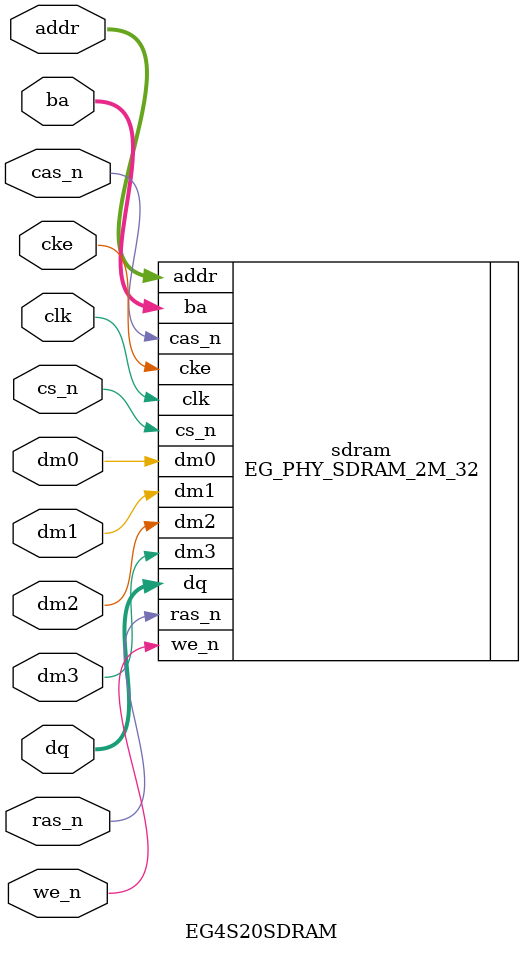
<source format=v>

`timescale 1ns / 1ps
module EG4S20SDRAM  // EG4S20SDRAM.v(14)
  (
  addr,
  ba,
  cas_n,
  cke,
  clk,
  cs_n,
  dm0,
  dm1,
  dm2,
  dm3,
  ras_n,
  we_n,
  dq
  );

  input [10:0] addr;  // EG4S20SDRAM.v(19)
  input [1:0] ba;  // EG4S20SDRAM.v(20)
  input cas_n;  // EG4S20SDRAM.v(17)
  input cke;  // EG4S20SDRAM.v(27)
  input clk;  // EG4S20SDRAM.v(15)
  input cs_n;  // EG4S20SDRAM.v(22)
  input dm0;  // EG4S20SDRAM.v(23)
  input dm1;  // EG4S20SDRAM.v(24)
  input dm2;  // EG4S20SDRAM.v(25)
  input dm3;  // EG4S20SDRAM.v(26)
  input ras_n;  // EG4S20SDRAM.v(16)
  input we_n;  // EG4S20SDRAM.v(18)
  inout [31:0] dq;  // EG4S20SDRAM.v(21)


  EG_PHY_CONFIG #(
    .DONE_PERSISTN("ENABLE"),
    .INIT_PERSISTN("ENABLE"),
    .JTAG_PERSISTN("DISABLE"),
    .PROGRAMN_PERSISTN("DISABLE"))
    config_inst ();
  EG_PHY_SDRAM_2M_32 sdram (
    .addr(addr),
    .ba(ba),
    .cas_n(cas_n),
    .cke(cke),
    .clk(clk),
    .cs_n(cs_n),
    .dm0(dm0),
    .dm1(dm1),
    .dm2(dm2),
    .dm3(dm3),
    .ras_n(ras_n),
    .we_n(we_n),
    .dq(dq));  // EG4S20SDRAM.v(29)

endmodule 


</source>
